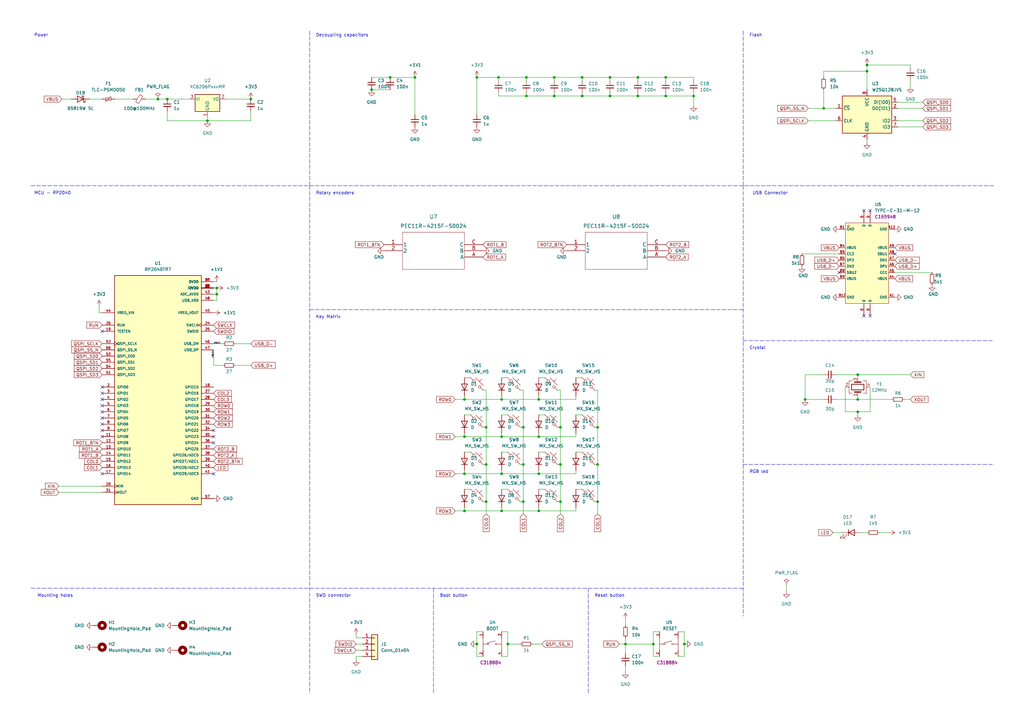
<source format=kicad_sch>
(kicad_sch (version 20211123) (generator eeschema)
  (paper "A3")
  (junction (at 190.5 163.83))
  (junction (at 250.19 39.37))
  (junction (at 220.98 209.55))
  (junction (at 245.11 175.26))
  (junction (at 351.79 168.91))
  (junction (at 229.87 175.26))
  (junction (at 195.58 264.16))
  (junction (at 215.9 39.37))
  (junction (at 205.74 209.55))
  (junction (at 273.05 39.37))
  (junction (at 220.98 179.07))
  (junction (at 245.11 205.74))
  (junction (at 250.19 31.75))
  (junction (at 190.5 209.55))
  (junction (at 330.2 163.83))
  (junction (at 199.39 205.74))
  (junction (at 208.28 264.16))
  (junction (at 261.62 31.75))
  (junction (at 205.74 179.07))
  (junction (at 273.05 31.75))
  (junction (at 214.63 190.5))
  (junction (at 229.87 190.5))
  (junction (at 190.5 194.31))
  (junction (at 204.47 31.75))
  (junction (at 68.58 40.64))
  (junction (at 199.39 190.5))
  (junction (at 220.98 163.83))
  (junction (at 205.74 163.83))
  (junction (at 337.82 44.45))
  (junction (at 160.02 31.75))
  (junction (at 355.6 26.67))
  (junction (at 227.33 31.75))
  (junction (at 170.18 31.75))
  (junction (at 351.79 163.83))
  (junction (at 267.97 264.16))
  (junction (at 215.9 31.75))
  (junction (at 229.87 205.74))
  (junction (at 245.11 190.5))
  (junction (at 238.76 31.75))
  (junction (at 284.48 39.37))
  (junction (at 85.09 49.53))
  (junction (at 88.9 120.65))
  (junction (at 238.76 39.37))
  (junction (at 195.58 31.75))
  (junction (at 227.33 39.37))
  (junction (at 88.9 118.11))
  (junction (at 214.63 175.26))
  (junction (at 355.6 29.21))
  (junction (at 256.54 264.16))
  (junction (at 152.4 36.83))
  (junction (at 261.62 39.37))
  (junction (at 220.98 194.31))
  (junction (at 205.74 194.31))
  (junction (at 199.39 175.26))
  (junction (at 190.5 179.07))
  (junction (at 64.77 40.64))
  (junction (at 102.87 40.64))
  (junction (at 351.79 153.67))
  (junction (at 214.63 205.74))
  (junction (at 280.67 264.16))
  (no_connect (at 87.63 194.31))
  (no_connect (at 41.91 194.31))
  (no_connect (at 41.91 168.91))
  (no_connect (at 41.91 166.37))
  (no_connect (at 354.33 129.54))
  (no_connect (at 41.91 173.99))
  (no_connect (at 344.17 111.76))
  (no_connect (at 41.91 158.75))
  (no_connect (at 367.03 104.14))
  (no_connect (at 87.63 176.53))
  (no_connect (at 356.87 86.36))
  (no_connect (at 354.33 86.36))
  (no_connect (at 87.63 181.61))
  (no_connect (at 41.91 161.29))
  (no_connect (at 41.91 176.53))
  (no_connect (at 41.91 135.89))
  (no_connect (at 87.63 179.07))
  (no_connect (at 41.91 179.07))
  (no_connect (at 41.91 163.83))
  (no_connect (at 41.91 171.45))
  (no_connect (at 356.87 129.54))
  (wire (pts (xy 190.5 177.8) (xy 190.5 179.07)))
  (wire (pts (xy 229.87 205.74) (xy 229.87 190.5)))
  (wire (pts (xy 273.05 31.75) (xy 284.48 31.75)))
  (wire (pts (xy 331.47 44.45) (xy 337.82 44.45)))
  (wire (pts (xy 368.3 49.53) (xy 378.46 49.53)))
  (wire (pts (xy 87.63 149.86) (xy 91.44 149.86)))
  (wire (pts (xy 370.84 163.83) (xy 373.38 163.83)))
  (wire (pts (xy 351.79 168.91) (xy 356.87 168.91)))
  (wire (pts (xy 146.05 269.24) (xy 148.59 269.24)))
  (wire (pts (xy 236.22 154.94) (xy 238.76 154.94)))
  (wire (pts (xy 195.58 31.75) (xy 204.47 31.75)))
  (wire (pts (xy 190.5 208.28) (xy 190.5 209.55)))
  (wire (pts (xy 355.6 29.21) (xy 355.6 36.83)))
  (wire (pts (xy 245.11 190.5) (xy 245.11 175.26)))
  (wire (pts (xy 261.62 38.1) (xy 261.62 39.37)))
  (wire (pts (xy 351.79 168.91) (xy 351.79 170.18)))
  (wire (pts (xy 220.98 193.04) (xy 220.98 194.31)))
  (wire (pts (xy 261.62 31.75) (xy 261.62 33.02)))
  (wire (pts (xy 68.58 49.53) (xy 85.09 49.53)))
  (wire (pts (xy 367.03 111.76) (xy 382.27 111.76)))
  (wire (pts (xy 190.5 170.18) (xy 193.04 170.18)))
  (wire (pts (xy 243.84 205.74) (xy 245.11 205.74)))
  (wire (pts (xy 205.74 170.18) (xy 208.28 170.18)))
  (wire (pts (xy 245.11 175.26) (xy 245.11 160.02)))
  (wire (pts (xy 220.98 170.18) (xy 223.52 170.18)))
  (wire (pts (xy 205.74 185.42) (xy 208.28 185.42)))
  (wire (pts (xy 88.9 120.65) (xy 88.9 123.19)))
  (wire (pts (xy 351.79 153.67) (xy 351.79 154.94)))
  (wire (pts (xy 40.64 128.27) (xy 41.91 128.27)))
  (polyline (pts (xy 304.8 76.2) (xy 304.8 252.73)))
  (wire (pts (xy 96.52 149.86) (xy 102.87 149.86)))
  (polyline (pts (xy 177.8 241.3) (xy 177.8 284.48)))
  (wire (pts (xy 186.69 179.07) (xy 190.5 179.07)))
  (wire (pts (xy 87.63 118.11) (xy 88.9 118.11)))
  (wire (pts (xy 355.6 58.42) (xy 355.6 57.15)))
  (wire (pts (xy 256.54 261.62) (xy 256.54 264.16)))
  (wire (pts (xy 186.69 163.83) (xy 190.5 163.83)))
  (wire (pts (xy 356.87 158.75) (xy 356.87 168.91)))
  (wire (pts (xy 195.58 264.16) (xy 195.58 259.08)))
  (wire (pts (xy 146.05 270.51) (xy 146.05 269.24)))
  (wire (pts (xy 330.2 163.83) (xy 330.2 153.67)))
  (wire (pts (xy 238.76 31.75) (xy 238.76 33.02)))
  (wire (pts (xy 102.87 45.72) (xy 102.87 49.53)))
  (wire (pts (xy 24.13 199.39) (xy 41.91 199.39)))
  (wire (pts (xy 360.68 218.44) (xy 364.49 218.44)))
  (polyline (pts (xy 127 12.7) (xy 127 76.2)))
  (wire (pts (xy 243.84 190.5) (xy 245.11 190.5)))
  (wire (pts (xy 190.5 193.04) (xy 190.5 194.31)))
  (wire (pts (xy 284.48 31.75) (xy 284.48 33.02)))
  (wire (pts (xy 87.63 140.97) (xy 91.44 140.97)))
  (wire (pts (xy 40.64 125.73) (xy 40.64 128.27)))
  (polyline (pts (xy 127 76.2) (xy 127 284.48)))
  (wire (pts (xy 208.28 264.16) (xy 213.36 264.16)))
  (wire (pts (xy 227.33 31.75) (xy 238.76 31.75)))
  (wire (pts (xy 87.63 115.57) (xy 88.9 115.57)))
  (wire (pts (xy 351.79 153.67) (xy 373.38 153.67)))
  (wire (pts (xy 322.58 240.03) (xy 322.58 242.57)))
  (wire (pts (xy 208.28 269.24) (xy 205.74 269.24)))
  (wire (pts (xy 205.74 162.56) (xy 205.74 163.83)))
  (wire (pts (xy 205.74 194.31) (xy 220.98 194.31)))
  (wire (pts (xy 205.74 154.94) (xy 208.28 154.94)))
  (wire (pts (xy 220.98 208.28) (xy 220.98 209.55)))
  (wire (pts (xy 213.36 205.74) (xy 214.63 205.74)))
  (wire (pts (xy 215.9 38.1) (xy 215.9 39.37)))
  (wire (pts (xy 24.13 201.93) (xy 41.91 201.93)))
  (wire (pts (xy 152.4 31.75) (xy 160.02 31.75)))
  (wire (pts (xy 220.98 177.8) (xy 220.98 179.07)))
  (wire (pts (xy 220.98 163.83) (xy 236.22 163.83)))
  (wire (pts (xy 280.67 259.08) (xy 278.13 259.08)))
  (wire (pts (xy 68.58 45.72) (xy 68.58 49.53)))
  (wire (pts (xy 342.9 153.67) (xy 351.79 153.67)))
  (wire (pts (xy 351.79 163.83) (xy 365.76 163.83)))
  (wire (pts (xy 208.28 264.16) (xy 208.28 269.24)))
  (wire (pts (xy 92.71 40.64) (xy 102.87 40.64)))
  (wire (pts (xy 25.4 40.64) (xy 29.21 40.64)))
  (wire (pts (xy 238.76 39.37) (xy 250.19 39.37)))
  (wire (pts (xy 245.11 160.02) (xy 243.84 160.02)))
  (wire (pts (xy 190.5 163.83) (xy 205.74 163.83)))
  (wire (pts (xy 337.82 44.45) (xy 342.9 44.45)))
  (wire (pts (xy 186.69 194.31) (xy 190.5 194.31)))
  (wire (pts (xy 284.48 39.37) (xy 284.48 43.18)))
  (wire (pts (xy 220.98 162.56) (xy 220.98 163.83)))
  (wire (pts (xy 160.02 31.75) (xy 170.18 31.75)))
  (wire (pts (xy 46.99 40.64) (xy 54.61 40.64)))
  (wire (pts (xy 328.93 104.14) (xy 344.17 104.14)))
  (wire (pts (xy 353.06 218.44) (xy 355.6 218.44)))
  (wire (pts (xy 280.67 264.16) (xy 280.67 259.08)))
  (wire (pts (xy 273.05 31.75) (xy 273.05 33.02)))
  (wire (pts (xy 190.5 200.66) (xy 193.04 200.66)))
  (wire (pts (xy 228.6 160.02) (xy 229.87 160.02)))
  (wire (pts (xy 254 264.16) (xy 256.54 264.16)))
  (wire (pts (xy 213.36 190.5) (xy 214.63 190.5)))
  (wire (pts (xy 267.97 264.16) (xy 267.97 259.08)))
  (wire (pts (xy 214.63 175.26) (xy 214.63 160.02)))
  (wire (pts (xy 205.74 179.07) (xy 220.98 179.07)))
  (wire (pts (xy 278.13 269.24) (xy 280.67 269.24)))
  (wire (pts (xy 227.33 31.75) (xy 227.33 33.02)))
  (wire (pts (xy 236.22 209.55) (xy 236.22 208.28)))
  (wire (pts (xy 205.74 177.8) (xy 205.74 179.07)))
  (wire (pts (xy 250.19 38.1) (xy 250.19 39.37)))
  (wire (pts (xy 59.69 40.64) (xy 64.77 40.64)))
  (wire (pts (xy 218.44 264.16) (xy 222.25 264.16)))
  (wire (pts (xy 227.33 39.37) (xy 238.76 39.37)))
  (wire (pts (xy 205.74 208.28) (xy 205.74 209.55)))
  (wire (pts (xy 236.22 163.83) (xy 236.22 162.56)))
  (wire (pts (xy 146.05 264.16) (xy 148.59 264.16)))
  (wire (pts (xy 337.82 31.75) (xy 337.82 29.21)))
  (wire (pts (xy 238.76 31.75) (xy 250.19 31.75)))
  (wire (pts (xy 214.63 205.74) (xy 214.63 190.5)))
  (wire (pts (xy 204.47 31.75) (xy 204.47 33.02)))
  (wire (pts (xy 199.39 175.26) (xy 199.39 160.02)))
  (wire (pts (xy 355.6 26.67) (xy 355.6 29.21)))
  (wire (pts (xy 236.22 200.66) (xy 238.76 200.66)))
  (wire (pts (xy 228.6 205.74) (xy 229.87 205.74)))
  (wire (pts (xy 146.05 261.62) (xy 148.59 261.62)))
  (wire (pts (xy 186.69 209.55) (xy 190.5 209.55)))
  (wire (pts (xy 195.58 269.24) (xy 195.58 264.16)))
  (wire (pts (xy 190.5 209.55) (xy 205.74 209.55)))
  (wire (pts (xy 284.48 38.1) (xy 284.48 39.37)))
  (wire (pts (xy 330.2 163.83) (xy 337.82 163.83)))
  (polyline (pts (xy 12.7 241.3) (xy 127 241.3)))
  (wire (pts (xy 245.11 205.74) (xy 245.11 190.5)))
  (wire (pts (xy 190.5 154.94) (xy 193.04 154.94)))
  (wire (pts (xy 36.83 40.64) (xy 41.91 40.64)))
  (wire (pts (xy 204.47 38.1) (xy 204.47 39.37)))
  (wire (pts (xy 205.74 209.55) (xy 220.98 209.55)))
  (wire (pts (xy 198.12 175.26) (xy 199.39 175.26)))
  (wire (pts (xy 341.63 218.44) (xy 345.44 218.44)))
  (wire (pts (xy 270.51 269.24) (xy 267.97 269.24)))
  (wire (pts (xy 88.9 123.19) (xy 87.63 123.19)))
  (wire (pts (xy 190.5 194.31) (xy 205.74 194.31)))
  (polyline (pts (xy 127 127) (xy 304.8 127)))
  (wire (pts (xy 229.87 190.5) (xy 229.87 175.26)))
  (wire (pts (xy 250.19 31.75) (xy 250.19 33.02)))
  (wire (pts (xy 368.3 52.07) (xy 378.46 52.07)))
  (wire (pts (xy 229.87 210.82) (xy 229.87 205.74)))
  (wire (pts (xy 368.3 41.91) (xy 378.46 41.91)))
  (wire (pts (xy 256.54 273.05) (xy 256.54 275.59)))
  (wire (pts (xy 220.98 185.42) (xy 223.52 185.42)))
  (wire (pts (xy 199.39 190.5) (xy 199.39 175.26)))
  (wire (pts (xy 215.9 39.37) (xy 227.33 39.37)))
  (wire (pts (xy 355.6 26.67) (xy 373.38 26.67)))
  (wire (pts (xy 87.63 143.51) (xy 87.63 149.86)))
  (wire (pts (xy 146.05 266.7) (xy 148.59 266.7)))
  (wire (pts (xy 152.4 36.83) (xy 160.02 36.83)))
  (wire (pts (xy 190.5 179.07) (xy 205.74 179.07)))
  (wire (pts (xy 256.54 264.16) (xy 256.54 267.97)))
  (wire (pts (xy 250.19 39.37) (xy 261.62 39.37)))
  (wire (pts (xy 273.05 39.37) (xy 284.48 39.37)))
  (wire (pts (xy 267.97 259.08) (xy 270.51 259.08)))
  (polyline (pts (xy 241.3 241.3) (xy 241.3 284.48)))
  (wire (pts (xy 227.33 38.1) (xy 227.33 39.37)))
  (wire (pts (xy 205.74 193.04) (xy 205.74 194.31)))
  (wire (pts (xy 198.12 205.74) (xy 199.39 205.74)))
  (wire (pts (xy 205.74 163.83) (xy 220.98 163.83)))
  (wire (pts (xy 261.62 39.37) (xy 273.05 39.37)))
  (polyline (pts (xy 304.8 139.7) (xy 407.67 139.7)))
  (wire (pts (xy 220.98 209.55) (xy 236.22 209.55)))
  (wire (pts (xy 220.98 194.31) (xy 236.22 194.31)))
  (wire (pts (xy 267.97 269.24) (xy 267.97 264.16)))
  (wire (pts (xy 330.2 153.67) (xy 337.82 153.67)))
  (wire (pts (xy 373.38 26.67) (xy 373.38 27.94)))
  (wire (pts (xy 245.11 210.82) (xy 245.11 205.74)))
  (wire (pts (xy 331.47 49.53) (xy 342.9 49.53)))
  (wire (pts (xy 88.9 118.11) (xy 88.9 120.65)))
  (wire (pts (xy 102.87 49.53) (xy 85.09 49.53)))
  (wire (pts (xy 198.12 190.5) (xy 199.39 190.5)))
  (wire (pts (xy 208.28 264.16) (xy 208.28 259.08)))
  (polyline (pts (xy 304.8 12.7) (xy 304.8 76.2)))
  (wire (pts (xy 190.5 162.56) (xy 190.5 163.83)))
  (wire (pts (xy 346.71 158.75) (xy 346.71 168.91)))
  (wire (pts (xy 280.67 269.24) (xy 280.67 264.16)))
  (wire (pts (xy 220.98 200.66) (xy 223.52 200.66)))
  (wire (pts (xy 236.22 185.42) (xy 238.76 185.42)))
  (wire (pts (xy 68.58 40.64) (xy 77.47 40.64)))
  (wire (pts (xy 215.9 31.75) (xy 215.9 33.02)))
  (wire (pts (xy 337.82 29.21) (xy 355.6 29.21)))
  (wire (pts (xy 195.58 31.75) (xy 195.58 46.99)))
  (wire (pts (xy 228.6 175.26) (xy 229.87 175.26)))
  (wire (pts (xy 64.77 40.64) (xy 68.58 40.64)))
  (wire (pts (xy 273.05 39.37) (xy 273.05 38.1)))
  (wire (pts (xy 190.5 185.42) (xy 193.04 185.42)))
  (wire (pts (xy 243.84 175.26) (xy 245.11 175.26)))
  (wire (pts (xy 229.87 175.26) (xy 229.87 160.02)))
  (polyline (pts (xy 12.7 76.2) (xy 407.67 76.2)))
  (wire (pts (xy 256.54 254) (xy 256.54 256.54)))
  (wire (pts (xy 205.74 200.66) (xy 208.28 200.66)))
  (wire (pts (xy 236.22 170.18) (xy 238.76 170.18)))
  (polyline (pts (xy 304.8 190.5) (xy 407.67 190.5)))
  (wire (pts (xy 236.22 194.31) (xy 236.22 193.04)))
  (wire (pts (xy 250.19 31.75) (xy 261.62 31.75)))
  (wire (pts (xy 214.63 160.02) (xy 213.36 160.02)))
  (wire (pts (xy 87.63 120.65) (xy 88.9 120.65)))
  (wire (pts (xy 256.54 264.16) (xy 267.97 264.16)))
  (wire (pts (xy 337.82 36.83) (xy 337.82 44.45)))
  (wire (pts (xy 236.22 179.07) (xy 236.22 177.8)))
  (wire (pts (xy 228.6 190.5) (xy 229.87 190.5)))
  (wire (pts (xy 214.63 210.82) (xy 214.63 205.74)))
  (wire (pts (xy 96.52 140.97) (xy 102.87 140.97)))
  (wire (pts (xy 198.12 269.24) (xy 195.58 269.24)))
  (wire (pts (xy 199.39 210.82) (xy 199.39 205.74)))
  (wire (pts (xy 85.09 48.26) (xy 85.09 49.53)))
  (wire (pts (xy 195.58 259.08) (xy 198.12 259.08)))
  (wire (pts (xy 373.38 33.02) (xy 373.38 35.56)))
  (wire (pts (xy 346.71 168.91) (xy 351.79 168.91)))
  (wire (pts (xy 261.62 31.75) (xy 273.05 31.75)))
  (wire (pts (xy 214.63 190.5) (xy 214.63 175.26)))
  (wire (pts (xy 342.9 163.83) (xy 351.79 163.83)))
  (polyline (pts (xy 127 241.3) (xy 304.8 241.3)))
  (wire (pts (xy 238.76 38.1) (xy 238.76 39.37)))
  (wire (pts (xy 199.39 160.02) (xy 198.12 160.02)))
  (wire (pts (xy 220.98 179.07) (xy 236.22 179.07)))
  (wire (pts (xy 351.79 162.56) (xy 351.79 163.83)))
  (wire (pts (xy 170.18 31.75) (xy 170.18 46.99)))
  (wire (pts (xy 213.36 175.26) (xy 214.63 175.26)))
  (wire (pts (xy 208.28 259.08) (xy 205.74 259.08)))
  (wire (pts (xy 199.39 205.74) (xy 199.39 190.5)))
  (wire (pts (xy 146.05 260.35) (xy 146.05 261.62)))
  (wire (pts (xy 204.47 39.37) (xy 215.9 39.37)))
  (wire (pts (xy 215.9 31.75) (xy 227.33 31.75)))
  (wire (pts (xy 368.3 44.45) (xy 378.46 44.45)))
  (wire (pts (xy 220.98 154.94) (xy 223.52 154.94)))
  (wire (pts (xy 204.47 31.75) (xy 215.9 31.75)))
  (text "Reset button" (at 243.84 245.11 0) (effects (font (size 1.27 1.27)) (justify left bottom)))
  (text "Mounting holes" (at 15.24 245.11 0) (effects (font (size 1.27 1.27)) (justify left bottom)))
  (text "Decoupling capacitors" (at 129.54 15.24 0) (effects (font (size 1.27 1.27)) (justify left bottom)))
  (text "Power" (at 13.97 15.24 0) (effects (font (size 1.27 1.27)) (justify left bottom)))
  (text "USB Connector" (at 308.61 80.01 0) (effects (font (size 1.27 1.27)) (justify left bottom)))
  (text "Rotary encoders" (at 129.54 80.01 0) (effects (font (size 1.27 1.27)) (justify left bottom)))
  (text "Flash" (at 307.34 15.24 0) (effects (font (size 1.27 1.27)) (justify left bottom)))
  (text "Crystal" (at 307.34 143.51 0) (effects (font (size 1.27 1.27)) (justify left bottom)))
  (text "SWD connector" (at 129.54 245.11 0) (effects (font (size 1.27 1.27)) (justify left bottom)))
  (text "RGB led" (at 307.34 194.31 0) (effects (font (size 1.27 1.27)) (justify left bottom)))
  (text "Key Matrix" (at 129.54 130.81 0) (effects (font (size 1.27 1.27)) (justify left bottom)))
  (text "MCU - RP2040" (at 13.97 80.01 0) (effects (font (size 1.27 1.27)) (justify left bottom)))
  (text "Boot button" (at 180.34 245.11 0) (effects (font (size 1.27 1.27)) (justify left bottom)))
  (label "USB_D-" (at 87.63 140.97 0) (effects (font (size 0.5 0.5))))
  (label "USB_D+" (at 87.63 143.51 270) (effects (font (size 0.5 0.5))))
  (global_label "ROT1_A" (shape input) (at 198.12 105.41 0) (property "Intersheet References" "${INTERSHEET_REFS}" (effects hide)))
  (global_label "QSPI_SD1" (shape input) (at 41.91 148.59 180) (property "Intersheet References" "${INTERSHEET_REFS}" (effects hide)))
  (global_label "ROT2_A" (shape input) (at 87.63 186.69 0) (property "Intersheet References" "${INTERSHEET_REFS}" (effects hide)))
  (global_label "ROW0" (shape input) (at 186.69 163.83 180) (property "Intersheet References" "${INTERSHEET_REFS}" (effects hide)))
  (global_label "ROT2_BTN" (shape input) (at 87.63 189.23 0) (property "Intersheet References" "${INTERSHEET_REFS}" (effects hide)))
  (global_label "COL0" (shape input) (at 199.39 210.82 270) (property "Intersheet References" "${INTERSHEET_REFS}" (effects hide)))
  (global_label "RUN" (shape input) (at 254 264.16 180) (property "Intersheet References" "${INTERSHEET_REFS}" (effects hide)))
  (global_label "QSPI_SS_N" (shape input) (at 222.25 264.16 0) (property "Intersheet References" "${INTERSHEET_REFS}" (effects hide)))
  (global_label "ROT1_B" (shape input) (at 41.91 186.69 180) (property "Intersheet References" "${INTERSHEET_REFS}" (effects hide)))
  (global_label "ROT1_BTN" (shape input) (at 157.48 100.33 180) (property "Intersheet References" "${INTERSHEET_REFS}" (effects hide)))
  (global_label "ROT1_B" (shape input) (at 198.12 100.33 0) (property "Intersheet References" "${INTERSHEET_REFS}" (effects hide)))
  (global_label "QSPI_SS_N" (shape input) (at 331.47 44.45 180) (property "Intersheet References" "${INTERSHEET_REFS}" (effects hide)))
  (global_label "ROW3" (shape input) (at 87.63 173.99 0) (property "Intersheet References" "${INTERSHEET_REFS}" (effects hide)))
  (global_label "XIN" (shape input) (at 373.38 153.67 0) (property "Intersheet References" "${INTERSHEET_REFS}" (effects hide)))
  (global_label "XOUT" (shape input) (at 24.13 201.93 180) (property "Intersheet References" "${INTERSHEET_REFS}" (effects hide)))
  (global_label "QSPI_SCLK" (shape input) (at 331.47 49.53 180) (property "Intersheet References" "${INTERSHEET_REFS}" (effects hide)))
  (global_label "SWDIO" (shape input) (at 87.63 135.89 0) (property "Intersheet References" "${INTERSHEET_REFS}" (effects hide)))
  (global_label "ROW2" (shape input) (at 87.63 171.45 0) (property "Intersheet References" "${INTERSHEET_REFS}" (effects hide)))
  (global_label "QSPI_SD0" (shape input) (at 378.46 41.91 0) (property "Intersheet References" "${INTERSHEET_REFS}" (effects hide)))
  (global_label "COL0" (shape input) (at 41.91 189.23 180) (property "Intersheet References" "${INTERSHEET_REFS}" (effects hide)))
  (global_label "VBUS" (shape input) (at 367.03 114.3 0) (property "Intersheet References" "${INTERSHEET_REFS}" (effects hide)))
  (global_label "ROW0" (shape input) (at 87.63 166.37 0) (property "Intersheet References" "${INTERSHEET_REFS}" (effects hide)))
  (global_label "ROW1" (shape input) (at 87.63 168.91 0) (property "Intersheet References" "${INTERSHEET_REFS}" (effects hide)))
  (global_label "COL2" (shape input) (at 87.63 161.29 0) (property "Intersheet References" "${INTERSHEET_REFS}" (effects hide)))
  (global_label "ROT2_B" (shape input) (at 87.63 184.15 0) (property "Intersheet References" "${INTERSHEET_REFS}" (effects hide)))
  (global_label "QSPI_SS_N" (shape input) (at 41.91 143.51 180) (property "Intersheet References" "${INTERSHEET_REFS}" (effects hide)))
  (global_label "USB_D-" (shape input) (at 102.87 140.97 0) (property "Intersheet References" "${INTERSHEET_REFS}" (effects hide)))
  (global_label "USB_D-" (shape input) (at 367.03 106.68 0) (property "Intersheet References" "${INTERSHEET_REFS}" (effects hide)))
  (global_label "QSPI_SD3" (shape input) (at 41.91 153.67 180) (property "Intersheet References" "${INTERSHEET_REFS}" (effects hide)))
  (global_label "ROT2_B" (shape input) (at 273.05 100.33 0) (property "Intersheet References" "${INTERSHEET_REFS}" (effects hide)))
  (global_label "ROT1_BTN" (shape input) (at 41.91 181.61 180) (property "Intersheet References" "${INTERSHEET_REFS}" (effects hide)))
  (global_label "VBUS" (shape input) (at 25.4 40.64 180) (property "Intersheet References" "${INTERSHEET_REFS}" (effects hide)))
  (global_label "USB_D-" (shape input) (at 344.17 109.22 180) (property "Intersheet References" "${INTERSHEET_REFS}" (effects hide)))
  (global_label "COL1" (shape input) (at 41.91 191.77 180) (property "Intersheet References" "${INTERSHEET_REFS}" (effects hide)))
  (global_label "ROW1" (shape input) (at 186.69 179.07 180) (property "Intersheet References" "${INTERSHEET_REFS}" (effects hide)))
  (global_label "COL2" (shape input) (at 229.87 210.82 270) (property "Intersheet References" "${INTERSHEET_REFS}" (effects hide)))
  (global_label "QSPI_SCLK" (shape input) (at 41.91 140.97 180) (property "Intersheet References" "${INTERSHEET_REFS}" (effects hide)))
  (global_label "ROT2_BTN" (shape input) (at 232.41 100.33 180) (property "Intersheet References" "${INTERSHEET_REFS}" (effects hide)))
  (global_label "ROW2" (shape input) (at 186.69 194.31 180) (property "Intersheet References" "${INTERSHEET_REFS}" (effects hide)))
  (global_label "RUN" (shape input) (at 41.91 133.35 180) (property "Intersheet References" "${INTERSHEET_REFS}" (effects hide)))
  (global_label "QSPI_SD1" (shape input) (at 378.46 44.45 0) (property "Intersheet References" "${INTERSHEET_REFS}" (effects hide)))
  (global_label "QSPI_SD3" (shape input) (at 378.46 52.07 0) (property "Intersheet References" "${INTERSHEET_REFS}" (effects hide)))
  (global_label "USB_D+" (shape input) (at 102.87 149.86 0) (property "Intersheet References" "${INTERSHEET_REFS}" (effects hide)))
  (global_label "XOUT" (shape input) (at 373.38 163.83 0) (property "Intersheet References" "${INTERSHEET_REFS}" (effects hide)))
  (global_label "QSPI_SD2" (shape input) (at 41.91 151.13 180) (property "Intersheet References" "${INTERSHEET_REFS}" (effects hide)))
  (global_label "VBUS" (shape input) (at 367.03 101.6 0) (property "Intersheet References" "${INTERSHEET_REFS}" (effects hide)))
  (global_label "ROW3" (shape input) (at 186.69 209.55 180) (property "Intersheet References" "${INTERSHEET_REFS}" (effects hide)))
  (global_label "ROT1_A" (shape input) (at 41.91 184.15 180) (property "Intersheet References" "${INTERSHEET_REFS}" (effects hide)))
  (global_label "USB_D+" (shape input) (at 367.03 109.22 0) (property "Intersheet References" "${INTERSHEET_REFS}" (effects hide)))
  (global_label "ROT2_A" (shape input) (at 273.05 105.41 0) (property "Intersheet References" "${INTERSHEET_REFS}" (effects hide)))
  (global_label "QSPI_SD0" (shape input) (at 41.91 146.05 180) (property "Intersheet References" "${INTERSHEET_REFS}" (effects hide)))
  (global_label "LED" (shape input) (at 87.63 191.77 0) (property "Intersheet References" "${INTERSHEET_REFS}" (effects hide)))
  (global_label "COL1" (shape input) (at 214.63 210.82 270) (property "Intersheet References" "${INTERSHEET_REFS}" (effects hide)))
  (global_label "XIN" (shape input) (at 24.13 199.39 180) (property "Intersheet References" "${INTERSHEET_REFS}" (effects hide)))
  (global_label "QSPI_SD2" (shape input) (at 378.46 49.53 0) (property "Intersheet References" "${INTERSHEET_REFS}" (effects hide)))
  (global_label "USB_D+" (shape input) (at 344.17 106.68 180) (property "Intersheet References" "${INTERSHEET_REFS}" (effects hide)))
  (global_label "SWCLK" (shape input) (at 146.05 266.7 180) (property "Intersheet References" "${INTERSHEET_REFS}" (effects hide)))
  (global_label "VBUS" (shape input) (at 344.17 114.3 180) (property "Intersheet References" "${INTERSHEET_REFS}" (effects hide)))
  (global_label "VBUS" (shape input) (at 344.17 101.6 180) (property "Intersheet References" "${INTERSHEET_REFS}" (effects hide)))
  (global_label "COL3" (shape input) (at 87.63 163.83 0) (property "Intersheet References" "${INTERSHEET_REFS}" (effects hide)))
  (global_label "LED" (shape input) (at 341.63 218.44 180) (property "Intersheet References" "${INTERSHEET_REFS}" (effects hide)))
  (global_label "COL3" (shape input) (at 245.11 210.82 270) (property "Intersheet References" "${INTERSHEET_REFS}" (effects hide)))
  (global_label "SWDIO" (shape input) (at 146.05 264.16 180) (property "Intersheet References" "${INTERSHEET_REFS}" (effects hide)))
  (global_label "SWCLK" (shape input) (at 87.63 133.35 0) (property "Intersheet References" "${INTERSHEET_REFS}" (effects hide)))
  (symbol (lib_id "power:+1V1") (at 170.18 31.75 0) (unit 1)
    (property "Reference" "#PWR011" (effects hide))
    (property "Value" "+1V1" (at 170.18 26.67 0))
  )
  (symbol (lib_id "power:GND") (at 195.58 52.07 0) (unit 1)
    (property "Reference" "#PWR014" (effects hide))
    (property "Value" "GND" (at 195.58 57.15 0))
  )
  (symbol (lib_id "Device:C_Small") (at 340.36 163.83 90) (unit 1)
    (property "Reference" "C15" (at 340.36 160.02 90))
    (property "Value" "30p" (at 340.36 167.64 90))
    (property "Footprint" "Capacitor_SMD:C_0402_1005Metric" (effects hide))
    (property "LCSC Part #" "C1570" (effects hide))
  )
  (symbol (lib_id "Device:D") (at 220.98 173.99 90) (unit 1)
    (property "Reference" "D10" (at 223.52 172.7199 90) (effects (justify right)))
    (property "Value" "D" (at 223.52 175.2599 90) (effects (justify right)))
    (property "Footprint" "Diode_SMD:D_SOD-123" (effects hide))
    (property "LCSC Part #" "C81598" (effects hide))
  )
  (symbol (lib_id "marbastlib-mx:MX_SW_HS") (at 241.3 203.2 0) (unit 1)
    (property "Reference" "SW18" (at 241.3 195.58 0))
    (property "Value" "MX_SW_HS" (at 241.3 198.12 0))
    (property "Footprint" "marbastlib-mx:SW_MX_HS_1u" (effects hide))
  )
  (symbol (lib_id "power:GND") (at 71.12 256.54 270) (unit 1)
    (property "Reference" "#PWR0122" (effects hide))
    (property "Value" "GND" (at 63.5 256.54 90) (effects (justify left)))
  )
  (symbol (lib_id "power:PWR_FLAG") (at 322.58 240.03 0) (unit 1)
    (property "Reference" "#FLG0101" (effects hide))
    (property "Value" "PWR_FLAG" (at 322.58 234.95 0))
  )
  (symbol (lib_id "tactile-switch:TS-1187A-B-A-B") (at 187.96 264.16 90) (mirror x) (unit 1)
    (property "Reference" "U4" (at 200.66 255.27 90) (effects (justify right)))
    (property "Value" "BOOT" (at 199.39 257.81 90) (effects (justify right)))
    (property "Footprint" "extra-fp:tactile-switch" (effects hide))
    (property "Datasheet" "https://item.szlcsc.com/300285.html" (effects hide))
    (property "LCSC" "C318884" (at 196.85 271.78 90) (effects (justify right)))
    (property "LCSC Part #" "C318884" (effects hide))
  )
  (symbol (lib_id "Device:C_Small") (at 152.4 34.29 0) (unit 1)
    (property "Reference" "C3" (at 154.94 33.0262 0) (effects (justify left)))
    (property "Value" "100n" (at 154.94 35.5662 0) (effects (justify left)))
    (property "Footprint" "Capacitor_SMD:C_0402_1005Metric" (effects hide))
    (property "LCSC Part #" "C307331" (effects hide))
  )
  (symbol (lib_id "marbastlib-mx:MX_SW_HS") (at 195.58 157.48 0) (unit 1)
    (property "Reference" "SW1" (at 195.58 149.86 0))
    (property "Value" "MX_SW_HS" (at 195.58 152.4 0))
    (property "Footprint" "marbastlib-mx:SW_MX_HS_1u" (effects hide))
  )
  (symbol (lib_id "Mechanical:MountingHole_Pad") (at 73.66 266.7 270) (unit 1)
    (property "Reference" "H4" (at 77.47 265.4299 90) (effects (justify left)))
    (property "Value" "MountingHole_Pad" (at 77.47 267.9699 90) (effects (justify left)))
    (property "Footprint" "MountingHole:MountingHole_2.2mm_M2_Pad_Via" (effects hide))
  )
  (symbol (lib_id "Device:R_Small") (at 93.98 140.97 90) (unit 1)
    (property "Reference" "R2" (at 93.98 138.43 90))
    (property "Value" "27" (at 93.98 143.51 90))
    (property "Footprint" "Resistor_SMD:R_0402_1005Metric" (effects hide))
    (property "LCSC Part #" "C25190" (effects hide))
  )
  (symbol (lib_id "power:GND") (at 351.79 170.18 0) (unit 1)
    (property "Reference" "#PWR0109" (effects hide))
    (property "Value" "GND" (at 351.79 175.26 0))
  )
  (symbol (lib_id "PEC11R-4215F-S0024:PEC11R-4215F-S0024") (at 157.48 100.33 0) (unit 1)
    (property "Reference" "U7" (at 177.8 88.9 0) (effects (font (size 1.524 1.524))))
    (property "Value" "PEC11R-4215F-S0024" (at 177.8 92.71 0) (effects (font (size 1.524 1.524))))
    (property "Footprint" "footprints:PEC11R-4215F-S0024" (effects hide))
  )
  (symbol (lib_id "power:GND") (at 330.2 163.83 0) (unit 1)
    (property "Reference" "#PWR019" (effects hide))
    (property "Value" "GND" (at 330.2 168.91 0))
  )
  (symbol (lib_id "marbastlib-mx:MX_SW_HS") (at 226.06 172.72 0) (unit 1)
    (property "Reference" "SW11" (at 226.06 165.1 0))
    (property "Value" "MX_SW_HS" (at 226.06 167.64 0))
    (property "Footprint" "marbastlib-mx:SW_MX_HS_1u" (effects hide))
  )
  (symbol (lib_id "Device:C_Small") (at 170.18 49.53 0) (unit 1)
    (property "Reference" "C5" (at 172.72 48.2662 0) (effects (justify left)))
    (property "Value" "1u" (at 172.72 50.8062 0) (effects (justify left)))
    (property "Footprint" "Capacitor_SMD:C_0402_1005Metric" (effects hide))
    (property "LCSC Part #" "C52923" (effects hide))
  )
  (symbol (lib_id "Device:D") (at 190.5 158.75 90) (unit 1)
    (property "Reference" "D1" (at 193.04 157.4799 90) (effects (justify right)))
    (property "Value" "D" (at 193.04 160.0199 90) (effects (justify right)))
    (property "Footprint" "Diode_SMD:D_SOD-123" (effects hide))
    (property "LCSC Part #" "C81598" (effects hide))
  )
  (symbol (lib_id "Device:C_Small") (at 160.02 34.29 0) (unit 1)
    (property "Reference" "C4" (at 162.56 33.0262 0) (effects (justify left)))
    (property "Value" "100n" (at 162.56 35.5662 0) (effects (justify left)))
    (property "Footprint" "Capacitor_SMD:C_0402_1005Metric" (effects hide))
    (property "LCSC Part #" "C307331" (effects hide))
  )
  (symbol (lib_id "power:GND") (at 328.93 109.22 0) (unit 1)
    (property "Reference" "#PWR0118" (effects hide))
    (property "Value" "GND" (at 331.47 113.03 0) (effects (justify right)))
  )
  (symbol (lib_id "power:+3V3") (at 364.49 218.44 270) (unit 1)
    (property "Reference" "#PWR01" (effects hide))
    (property "Value" "+3V3" (at 368.3 218.4399 90) (effects (justify left)))
  )
  (symbol (lib_id "Device:D") (at 190.5 173.99 90) (unit 1)
    (property "Reference" "D2" (at 193.04 172.7199 90) (effects (justify right)))
    (property "Value" "D" (at 193.04 175.2599 90) (effects (justify right)))
    (property "Footprint" "Diode_SMD:D_SOD-123" (effects hide))
    (property "LCSC Part #" "C81598" (effects hide))
  )
  (symbol (lib_id "Device:C_Small") (at 261.62 35.56 0) (unit 1)
    (property "Reference" "C12" (at 264.16 34.2962 0) (effects (justify left)))
    (property "Value" "100n" (at 264.16 36.8362 0) (effects (justify left)))
    (property "Footprint" "Capacitor_SMD:C_0402_1005Metric" (effects hide))
    (property "LCSC Part #" "C307331" (effects hide))
  )
  (symbol (lib_id "marbastlib-mx:MX_SW_HS") (at 241.3 172.72 0) (unit 1)
    (property "Reference" "SW16" (at 241.3 165.1 0))
    (property "Value" "MX_SW_HS" (at 241.3 167.64 0))
    (property "Footprint" "marbastlib-mx:SW_MX_HS_1u" (effects hide))
  )
  (symbol (lib_id "marbastlib-mx:MX_SW_HS") (at 226.06 157.48 0) (unit 1)
    (property "Reference" "SW10" (at 226.06 149.86 0))
    (property "Value" "MX_SW_HS" (at 226.06 152.4 0))
    (property "Footprint" "marbastlib-mx:SW_MX_HS_1u" (effects hide))
  )
  (symbol (lib_id "Connector_Generic:Conn_01x04") (at 153.67 264.16 0) (unit 1)
    (property "Reference" "J1" (at 156.21 264.1599 0) (effects (justify left)))
    (property "Value" "Conn_01x04" (at 156.21 266.6999 0) (effects (justify left)))
    (property "Footprint" "Connector_PinHeader_2.54mm:PinHeader_1x04_P2.54mm_Vertical" (effects hide))
  )
  (symbol (lib_id "power:GND") (at 170.18 52.07 0) (unit 1)
    (property "Reference" "#PWR010" (effects hide))
    (property "Value" "GND" (at 170.18 57.15 0))
  )
  (symbol (lib_id "Device:C_Small") (at 204.47 35.56 0) (unit 1)
    (property "Reference" "C7" (at 207.01 34.2962 0) (effects (justify left)))
    (property "Value" "100n" (at 207.01 36.8362 0) (effects (justify left)))
    (property "Footprint" "Capacitor_SMD:C_0402_1005Metric" (effects hide))
    (property "LCSC Part #" "C307331" (effects hide))
  )
  (symbol (lib_id "Device:C_Small") (at 250.19 35.56 0) (unit 1)
    (property "Reference" "C11" (at 252.73 34.2962 0) (effects (justify left)))
    (property "Value" "100n" (at 252.73 36.8362 0) (effects (justify left)))
    (property "Footprint" "Capacitor_SMD:C_0402_1005Metric" (effects hide))
    (property "LCSC Part #" "C307331" (effects hide))
  )
  (symbol (lib_id "Device:R_Small") (at 382.27 114.3 180) (unit 1)
    (property "Reference" "R9" (at 384.81 113.03 0))
    (property "Value" "5k1" (at 384.81 115.57 0))
    (property "Footprint" "Resistor_SMD:R_0402_1005Metric" (effects hide))
    (property "LCSC Part #" "C25905" (effects hide))
  )
  (symbol (lib_id "marbastlib-mx:MX_SW_HS") (at 195.58 172.72 0) (unit 1)
    (property "Reference" "SW2" (at 195.58 165.1 0))
    (property "Value" "MX_SW_HS" (at 195.58 167.64 0))
    (property "Footprint" "marbastlib-mx:SW_MX_HS_1u" (effects hide))
  )
  (symbol (lib_id "power:GND") (at 256.54 275.59 0) (unit 1)
    (property "Reference" "#PWR0105" (effects hide))
    (property "Value" "GND" (at 256.54 280.67 0))
  )
  (symbol (lib_id "power:+3V3") (at 102.87 40.64 0) (unit 1)
    (property "Reference" "#PWR0124" (effects hide))
    (property "Value" "+3V3" (at 102.87 35.56 0))
  )
  (symbol (lib_id "Device:D") (at 205.74 189.23 90) (unit 1)
    (property "Reference" "D7" (at 208.28 187.9599 90) (effects (justify right)))
    (property "Value" "D" (at 208.28 190.4999 90) (effects (justify right)))
    (property "Footprint" "Diode_SMD:D_SOD-123" (effects hide))
    (property "LCSC Part #" "C81598" (effects hide))
  )
  (symbol (lib_id "Device:C_Small") (at 284.48 35.56 0) (unit 1)
    (property "Reference" "C18" (at 287.02 34.2962 0) (effects (justify left)))
    (property "Value" "100n" (at 287.02 36.8362 0) (effects (justify left)))
    (property "Footprint" "Capacitor_SMD:C_0402_1005Metric" (effects hide))
    (property "LCSC Part #" "C307331" (effects hide))
  )
  (symbol (lib_id "power:GND") (at 344.17 121.92 270) (unit 1)
    (property "Reference" "#PWR0117" (effects hide))
    (property "Value" "GND" (at 336.55 121.92 90) (effects (justify left)))
  )
  (symbol (lib_id "power:GND") (at 382.27 116.84 0) (unit 1)
    (property "Reference" "#PWR0112" (effects hide))
    (property "Value" "GND" (at 384.81 120.65 0) (effects (justify right)))
  )
  (symbol (lib_id "Device:R_Small") (at 358.14 218.44 90) (unit 1)
    (property "Reference" "R7" (at 358.14 212.09 90))
    (property "Value" "1k5" (at 358.14 214.63 90))
    (property "Footprint" "Resistor_SMD:R_0402_1005Metric" (effects hide))
    (property "LCSC Part #" "C25867" (effects hide))
  )
  (symbol (lib_id "Device:D") (at 190.5 189.23 90) (unit 1)
    (property "Reference" "D3" (at 193.04 187.9599 90) (effects (justify right)))
    (property "Value" "D" (at 193.04 190.4999 90) (effects (justify right)))
    (property "Footprint" "Diode_SMD:D_SOD-123" (effects hide))
    (property "LCSC Part #" "C81598" (effects hide))
  )
  (symbol (lib_id "power:+3V3") (at 256.54 254 0) (unit 1)
    (property "Reference" "#PWR0107" (effects hide))
    (property "Value" "+3V3" (at 256.54 248.92 0))
  )
  (symbol (lib_id "power:GND") (at 373.38 35.56 0) (unit 1)
    (property "Reference" "#PWR022" (effects hide))
    (property "Value" "GND" (at 373.38 40.64 0))
  )
  (symbol (lib_id "Device:Crystal_GND24") (at 351.79 158.75 90) (unit 1)
    (property "Reference" "Y1" (at 360.68 157.48 90))
    (property "Value" "12MHz" (at 360.68 160.02 90))
    (property "Footprint" "Crystal:Crystal_SMD_3225-4Pin_3.2x2.5mm" (effects hide))
    (property "LCSC Part #" "C9002" (effects hide))
  )
  (symbol (lib_id "power:GND") (at 157.48 102.87 270) (unit 1)
    (property "Reference" "#PWR0130" (effects hide))
    (property "Value" "GND" (at 157.48 105.41 90) (effects (justify right)))
  )
  (symbol (lib_id "Device:D") (at 236.22 158.75 90) (unit 1)
    (property "Reference" "D13" (at 238.76 157.4799 90) (effects (justify right)))
    (property "Value" "D" (at 238.76 160.0199 90) (effects (justify right)))
    (property "Footprint" "Diode_SMD:D_SOD-123" (effects hide))
    (property "LCSC Part #" "C81598" (effects hide))
  )
  (symbol (lib_id "marbastlib-mx:MX_SW_HS") (at 241.3 187.96 0) (unit 1)
    (property "Reference" "SW17" (at 241.3 180.34 0))
    (property "Value" "MX_SW_HS" (at 241.3 182.88 0))
    (property "Footprint" "marbastlib-mx:SW_MX_HS_1u" (effects hide))
  )
  (symbol (lib_id "Device:C_Small") (at 227.33 35.56 0) (unit 1)
    (property "Reference" "C9" (at 229.87 34.2962 0) (effects (justify left)))
    (property "Value" "100n" (at 229.87 36.8362 0) (effects (justify left)))
    (property "Footprint" "Capacitor_SMD:C_0402_1005Metric" (effects hide))
    (property "LCSC Part #" "C307331" (effects hide))
  )
  (symbol (lib_id "Device:R_Small") (at 368.3 163.83 90) (unit 1)
    (property "Reference" "R6" (at 368.3 161.29 90))
    (property "Value" "1k" (at 368.3 166.37 90))
    (property "Footprint" "Resistor_SMD:R_0402_1005Metric" (effects hide))
    (property "LCSC Part #" "C11702" (effects hide))
  )
  (symbol (lib_id "power:GND") (at 87.63 204.47 90) (unit 1)
    (property "Reference" "#PWR06" (effects hide))
    (property "Value" "GND" (at 91.44 204.4699 90) (effects (justify right)))
  )
  (symbol (lib_id "marbastlib-mx:MX_SW_HS") (at 226.06 187.96 0) (unit 1)
    (property "Reference" "SW12" (at 226.06 180.34 0))
    (property "Value" "MX_SW_HS" (at 226.06 182.88 0))
    (property "Footprint" "marbastlib-mx:SW_MX_HS_1u" (effects hide))
  )
  (symbol (lib_id "Device:C_Small") (at 215.9 35.56 0) (unit 1)
    (property "Reference" "C8" (at 218.44 34.2962 0) (effects (justify left)))
    (property "Value" "100n" (at 218.44 36.8362 0) (effects (justify left)))
    (property "Footprint" "Capacitor_SMD:C_0402_1005Metric" (effects hide))
    (property "LCSC Part #" "C307331" (effects hide))
  )
  (symbol (lib_id "Device:Polyfuse_Small") (at 44.45 40.64 90) (unit 1)
    (property "Reference" "F1" (at 44.45 34.29 90))
    (property "Value" "TLC-PSMD050" (at 44.45 36.83 90))
    (property "Footprint" "Fuse:Fuse_0805_2012Metric" (effects hide))
    (property "LCSC Part #" "C261942" (effects hide))
  )
  (symbol (lib_id "power:+1V1") (at 88.9 115.57 0) (unit 1)
    (property "Reference" "#PWR0128" (effects hide))
    (property "Value" "+1V1" (at 88.9 110.49 0))
  )
  (symbol (lib_id "marbastlib-mx:MX_SW_HS") (at 210.82 203.2 0) (unit 1)
    (property "Reference" "SW9" (at 210.82 195.58 0))
    (property "Value" "MX_SW_HS" (at 210.82 198.12 0))
    (property "Footprint" "marbastlib-mx:SW_MX_HS_1u" (effects hide))
  )
  (symbol (lib_id "Device:C_Small") (at 373.38 30.48 0) (unit 1)
    (property "Reference" "C16" (at 375.92 29.2162 0) (effects (justify left)))
    (property "Value" "100n" (at 375.92 31.7562 0) (effects (justify left)))
    (property "Footprint" "Capacitor_SMD:C_0402_1005Metric" (effects hide))
    (property "LCSC Part #" "C307331" (effects hide))
  )
  (symbol (lib_id "power:GND") (at 367.03 93.98 90) (unit 1)
    (property "Reference" "#PWR0111" (effects hide))
    (property "Value" "GND" (at 374.65 93.98 90) (effects (justify left)))
  )
  (symbol (lib_id "Device:D") (at 236.22 204.47 90) (unit 1)
    (property "Reference" "D16" (at 238.76 203.1999 90) (effects (justify right)))
    (property "Value" "D" (at 238.76 205.7399 90) (effects (justify right)))
    (property "Footprint" "Diode_SMD:D_SOD-123" (effects hide))
    (property "LCSC Part #" "C81598" (effects hide))
  )
  (symbol (lib_id "marbastlib-mx:MX_SW_HS") (at 210.82 157.48 0) (unit 1)
    (property "Reference" "SW6" (at 210.82 149.86 0))
    (property "Value" "MX_SW_HS" (at 210.82 152.4 0))
    (property "Footprint" "marbastlib-mx:SW_MX_HS_1u" (effects hide))
  )
  (symbol (lib_id "Device:R_Small") (at 337.82 34.29 0) (unit 1)
    (property "Reference" "R5" (at 340.36 33.0199 0) (effects (justify left)))
    (property "Value" "10k" (at 340.36 35.5599 0) (effects (justify left)))
    (property "Footprint" "Resistor_SMD:R_0402_1005Metric" (effects hide))
    (property "LCSC Part #" "C25744" (effects hide))
  )
  (symbol (lib_id "Device:C_Small") (at 256.54 270.51 0) (unit 1)
    (property "Reference" "C17" (at 259.08 269.2462 0) (effects (justify left)))
    (property "Value" "100n" (at 259.08 271.7862 0) (effects (justify left)))
    (property "Footprint" "Capacitor_SMD:C_0402_1005Metric" (effects hide))
    (property "LCSC Part #" "C307331" (effects hide))
  )
  (symbol (lib_id "power:GND") (at 146.05 270.51 0) (unit 1)
    (property "Reference" "#PWR0104" (effects hide))
    (property "Value" "GND" (at 146.05 275.59 0))
  )
  (symbol (lib_id "power:+3V3") (at 195.58 31.75 0) (unit 1)
    (property "Reference" "#PWR013" (effects hide))
    (property "Value" "+3V3" (at 195.58 26.67 0))
  )
  (symbol (lib_id "Device:D") (at 205.74 204.47 90) (unit 1)
    (property "Reference" "D8" (at 208.28 203.1999 90) (effects (justify right)))
    (property "Value" "D" (at 208.28 205.7399 90) (effects (justify right)))
    (property "Footprint" "Diode_SMD:D_SOD-123" (effects hide))
    (property "LCSC Part #" "C81598" (effects hide))
  )
  (symbol (lib_id "Device:R_Small") (at 215.9 264.16 90) (unit 1)
    (property "Reference" "R1" (at 215.9 261.62 90))
    (property "Value" "1k" (at 215.9 266.7 90))
    (property "Footprint" "Resistor_SMD:R_0402_1005Metric" (effects hide))
    (property "LCSC Part #" "C11702" (effects hide))
  )
  (symbol (lib_id "Device:C_Small") (at 68.58 43.18 0) (unit 1)
    (property "Reference" "C1" (at 71.12 41.9162 0) (effects (justify left)))
    (property "Value" "1u" (at 71.12 44.4562 0) (effects (justify left)))
    (property "Footprint" "Capacitor_SMD:C_0402_1005Metric" (effects hide))
    (property "LCSC Part #" "C52923" (effects hide))
  )
  (symbol (lib_id "Mechanical:MountingHole_Pad") (at 40.64 265.43 270) (unit 1)
    (property "Reference" "H2" (at 44.45 264.1599 90) (effects (justify left)))
    (property "Value" "MountingHole_Pad" (at 44.45 266.6999 90) (effects (justify left)))
    (property "Footprint" "MountingHole:MountingHole_2.2mm_M2_Pad_Via" (effects hide))
  )
  (symbol (lib_id "Device:C_Small") (at 340.36 153.67 90) (unit 1)
    (property "Reference" "C14" (at 340.36 149.86 90))
    (property "Value" "30p" (at 340.36 156.21 90))
    (property "Footprint" "Capacitor_SMD:C_0402_1005Metric" (effects hide))
    (property "LCSC Part #" "C1570" (effects hide))
  )
  (symbol (lib_id "Diode:1N5819WS") (at 33.02 40.64 180) (unit 1)
    (property "Reference" "D18" (at 33.02 38.1 0))
    (property "Value" "B5819W SL" (at 33.02 44.45 0))
    (property "Footprint" "Diode_SMD:D_SOD-123" (effects hide))
    (property "Datasheet" "https://datasheet.lcsc.com/lcsc/2204281430_Guangdong-Hottech-1N5819WS_C191023.pdf" (effects hide))
    (property "LCSC Part #" "C8598" (effects hide))
  )
  (symbol (lib_id "power:GND") (at 273.05 102.87 90) (unit 1)
    (property "Reference" "#PWR0101" (effects hide))
    (property "Value" "GND" (at 276.86 102.8699 90) (effects (justify right)))
  )
  (symbol (lib_id "Device:D") (at 236.22 173.99 90) (unit 1)
    (property "Reference" "D14" (at 238.76 172.7199 90) (effects (justify right)))
    (property "Value" "D" (at 238.76 175.2599 90) (effects (justify right)))
    (property "Footprint" "Diode_SMD:D_SOD-123" (effects hide))
    (property "LCSC Part #" "C81598" (effects hide))
  )
  (symbol (lib_id "Device:D") (at 236.22 189.23 90) (unit 1)
    (property "Reference" "D15" (at 238.76 187.9599 90) (effects (justify right)))
    (property "Value" "D" (at 238.76 190.4999 90) (effects (justify right)))
    (property "Footprint" "Diode_SMD:D_SOD-123" (effects hide))
    (property "LCSC Part #" "C81598" (effects hide))
  )
  (symbol (lib_id "power:+1V1") (at 87.63 128.27 270) (unit 1)
    (property "Reference" "#PWR0126" (effects hide))
    (property "Value" "+1V1" (at 91.44 128.2699 90) (effects (justify left)))
  )
  (symbol (lib_id "Device:D") (at 220.98 204.47 90) (unit 1)
    (property "Reference" "D12" (at 223.52 203.1999 90) (effects (justify right)))
    (property "Value" "D" (at 223.52 205.7399 90) (effects (justify right)))
    (property "Footprint" "Diode_SMD:D_SOD-123" (effects hide))
    (property "LCSC Part #" "C81598" (effects hide))
  )
  (symbol (lib_id "power:GND") (at 232.41 102.87 270) (unit 1)
    (property "Reference" "#PWR0131" (effects hide))
    (property "Value" "GND" (at 232.41 105.41 90) (effects (justify right)))
  )
  (symbol (lib_id "power:GND") (at 367.03 121.92 90) (unit 1)
    (property "Reference" "#PWR0119" (effects hide))
    (property "Value" "GND" (at 374.65 121.92 90) (effects (justify left)))
  )
  (symbol (lib_id "marbastlib-mx:MX_SW_HS") (at 210.82 172.72 0) (unit 1)
    (property "Reference" "SW7" (at 210.82 165.1 0))
    (property "Value" "MX_SW_HS" (at 210.82 167.64 0))
    (property "Footprint" "marbastlib-mx:SW_MX_HS_1u" (effects hide))
  )
  (symbol (lib_id "Device:R_Small") (at 93.98 149.86 90) (unit 1)
    (property "Reference" "R3" (at 93.98 147.32 90))
    (property "Value" "27" (at 93.98 152.4 90))
    (property "Footprint" "Resistor_SMD:R_0402_1005Metric" (effects hide))
    (property "LCSC Part #" "C25190" (effects hide))
  )
  (symbol (lib_id "simple-usb-c:TYPE-C-31-M-12") (at 354.33 93.98 0) (unit 1)
    (property "Reference" "U6" (at 358.7409 83.82 0) (effects (justify left)))
    (property "Value" "TYPE-C-31-M-12" (at 358.7409 86.36 0) (effects (justify left)))
    (property "Footprint" "extra-fp:simple-usb-c" (effects hide))
    (property "Datasheet" "https://so.szlcsc.com/global.html?c=&k=C165948" (effects hide))
    (property "LCSC" "C165948" (at 358.7409 88.9 0) (effects (justify left)))
    (property "LCSC Part #" "C165948" (effects hide))
  )
  (symbol (lib_id "Device:D") (at 205.74 173.99 90) (unit 1)
    (property "Reference" "D6" (at 208.28 172.7199 90) (effects (justify right)))
    (property "Value" "D" (at 208.28 175.2599 90) (effects (justify right)))
    (property "Footprint" "Diode_SMD:D_SOD-123" (effects hide))
    (property "LCSC Part #" "C81598" (effects hide))
  )
  (symbol (lib_id "power:+3V3") (at 355.6 26.67 0) (unit 1)
    (property "Reference" "#PWR020" (effects hide))
    (property "Value" "+3V3" (at 355.6 21.59 0))
  )
  (symbol (lib_id "Mechanical:MountingHole_Pad") (at 40.64 256.54 270) (unit 1)
    (property "Reference" "H1" (at 44.45 255.2699 90) (effects (justify left)))
    (property "Value" "MountingHole_Pad" (at 44.45 257.8099 90) (effects (justify left)))
    (property "Footprint" "MountingHole:MountingHole_2.2mm_M2_Pad_Via" (effects hide))
  )
  (symbol (lib_id "power:GND") (at 85.09 49.53 0) (unit 1)
    (property "Reference" "#PWR0133" (effects hide))
    (property "Value" "GND" (at 85.09 54.61 0))
  )
  (symbol (lib_id "Device:LED") (at 349.25 218.44 0) (unit 1)
    (property "Reference" "D17" (at 347.6625 212.09 0))
    (property "Value" "LED" (at 347.6625 214.63 0))
    (property "Footprint" "LED_SMD:LED_0805_2012Metric" (effects hide))
    (property "LCSC Part #" "C2297" (effects hide))
  )
  (symbol (lib_id "Device:R_Small") (at 328.93 106.68 180) (unit 1)
    (property "Reference" "R8" (at 326.39 105.41 0))
    (property "Value" "5k1" (at 326.39 107.95 0))
    (property "Footprint" "Resistor_SMD:R_0402_1005Metric" (effects hide))
    (property "LCSC Part #" "C25905" (effects hide))
  )
  (symbol (lib_id "Device:C_Small") (at 273.05 35.56 0) (unit 1)
    (property "Reference" "C13" (at 275.59 34.2962 0) (effects (justify left)))
    (property "Value" "100n" (at 275.59 36.8362 0) (effects (justify left)))
    (property "Footprint" "Capacitor_SMD:C_0402_1005Metric" (effects hide))
    (property "LCSC Part #" "C307331" (effects hide))
  )
  (symbol (lib_id "Device:R_Small") (at 256.54 259.08 0) (unit 1)
    (property "Reference" "R4" (at 259.08 257.8099 0) (effects (justify left)))
    (property "Value" "10k" (at 259.08 260.3499 0) (effects (justify left)))
    (property "Footprint" "Resistor_SMD:R_0402_1005Metric" (effects hide))
    (property "LCSC Part #" "C25744" (effects hide))
  )
  (symbol (lib_id "marbastlib-mx:MX_SW_HS") (at 195.58 203.2 0) (unit 1)
    (property "Reference" "SW4" (at 195.58 195.58 0))
    (property "Value" "MX_SW_HS" (at 195.58 198.12 0))
    (property "Footprint" "marbastlib-mx:SW_MX_HS_1u" (effects hide))
  )
  (symbol (lib_id "power:GND") (at 284.48 43.18 0) (unit 1)
    (property "Reference" "#PWR017" (effects hide))
    (property "Value" "GND" (at 284.48 48.26 0))
  )
  (symbol (lib_id "power:GND") (at 152.4 36.83 0) (unit 1)
    (property "Reference" "#PWR09" (effects hide))
    (property "Value" "GND" (at 152.4 41.91 0))
  )
  (symbol (lib_id "Device:C_Small") (at 238.76 35.56 0) (unit 1)
    (property "Reference" "C10" (at 241.3 34.2962 0) (effects (justify left)))
    (property "Value" "100n" (at 241.3 36.8362 0) (effects (justify left)))
    (property "Footprint" "Capacitor_SMD:C_0402_1005Metric" (effects hide))
    (property "LCSC Part #" "C307331" (effects hide))
  )
  (symbol (lib_id "Device:FerriteBead_Small") (at 57.15 40.64 90) (unit 1)
    (property "Reference" "FB1" (at 57.15 36.83 90))
    (property "Value" "100@100MHz" (at 57.15 44.45 90))
    (property "Footprint" "Inductor_SMD:L_0805_2012Metric" (effects hide))
    (property "LCSC Part #" "C1015" (effects hide))
  )
  (symbol (lib_id "power:GND") (at 322.58 242.57 0) (unit 1)
    (property "Reference" "#PWR0110" (effects hide))
    (property "Value" "GND" (at 322.58 247.65 0))
  )
  (symbol (lib_id "power:GND") (at 38.1 265.43 270) (unit 1)
    (property "Reference" "#PWR0121" (effects hide))
    (property "Value" "GND" (at 30.48 265.43 90) (effects (justify left)))
  )
  (symbol (lib_id "power:+3V3") (at 40.64 125.73 0) (unit 1)
    (property "Reference" "#PWR0127" (effects hide))
    (property "Value" "+3V3" (at 40.64 120.65 0))
  )
  (symbol (lib_id "power:GND") (at 355.6 58.42 0) (unit 1)
    (property "Reference" "#PWR021" (effects hide))
    (property "Value" "GND" (at 355.6 63.5 0))
  )
  (symbol (lib_id "power:+3V3") (at 88.9 118.11 270) (unit 1)
    (property "Reference" "#PWR0125" (effects hide))
    (property "Value" "+3V3" (at 92.71 118.1099 90) (effects (justify left)))
  )
  (symbol (lib_id "power:+3V3") (at 146.05 260.35 0) (unit 1)
    (property "Reference" "#PWR0103" (effects hide))
    (property "Value" "+3V3" (at 146.05 255.27 0))
  )
  (symbol (lib_id "Mechanical:MountingHole_Pad") (at 73.66 256.54 270) (unit 1)
    (property "Reference" "H3" (at 77.47 255.2699 90) (effects (justify left)))
    (property "Value" "MountingHole_Pad" (at 77.47 257.8099 90) (effects (justify left)))
    (property "Footprint" "MountingHole:MountingHole_2.2mm_M2_Pad_Via" (effects hide))
  )
  (symbol (lib_id "Device:C_Small") (at 195.58 49.53 0) (unit 1)
    (property "Reference" "C6" (at 198.12 48.2662 0) (effects (justify left)))
    (property "Value" "1u" (at 198.12 50.8062 0) (effects (justify left)))
    (property "Footprint" "Capacitor_SMD:C_0402_1005Metric" (effects hide))
    (property "LCSC Part #" "C52923" (effects hide))
  )
  (symbol (lib_id "Device:D") (at 220.98 158.75 90) (unit 1)
    (property "Reference" "D9" (at 223.52 157.4799 90) (effects (justify right)))
    (property "Value" "D" (at 223.52 160.0199 90) (effects (justify right)))
    (property "Footprint" "Diode_SMD:D_SOD-123" (effects hide))
    (property "LCSC Part #" "C81598" (effects hide))
  )
  (symbol (lib_id "tactile-switch:TS-1187A-B-A-B") (at 260.35 264.16 90) (mirror x) (unit 1)
    (property "Reference" "U5" (at 273.05 255.27 90) (effects (justify right)))
    (property "Value" "RESET" (at 271.78 257.81 90) (effects (justify right)))
    (property "Footprint" "extra-fp:tactile-switch" (effects hide))
    (property "Datasheet" "https://item.szlcsc.com/300285.html" (effects hide))
    (property "LCSC" "C318884" (at 269.24 271.78 90) (effects (justify right)))
    (property "LCSC Part #" "C318884" (effects hide))
  )
  (symbol (lib_id "Memory_Flash:W25Q128JVS") (at 355.6 46.99 0) (unit 1)
    (property "Reference" "U3" (at 357.6194 34.29 0) (effects (justify left)))
    (property "Value" "W25Q128JVS" (at 357.6194 36.83 0) (effects (justify left)))
    (property "Footprint" "Package_SO:SOIC-8_5.23x5.23mm_P1.27mm" (effects hide))
    (property "Datasheet" "http://www.winbond.com/resource-files/w25q128jv_dtr%20revc%2003272018%20plus.pdf" (effects hide))
    (property "LCSC Part #" "C97521" (effects hide))
  )
  (symbol (lib_id "power:GND") (at 344.17 93.98 270) (unit 1)
    (property "Reference" "#PWR0114" (effects hide))
    (property "Value" "GND" (at 336.55 93.98 90) (effects (justify left)))
  )
  (symbol (lib_id "marbastlib-mx:MX_SW_HS") (at 241.3 157.48 0) (unit 1)
    (property "Reference" "SW15" (at 241.3 149.86 0))
    (property "Value" "MX_SW_HS" (at 241.3 152.4 0))
    (property "Footprint" "marbastlib-mx:SW_MX_HS_1u" (effects hide))
  )
  (symbol (lib_id "marbastlib-mx:MX_SW_HS") (at 210.82 187.96 0) (unit 1)
    (property "Reference" "SW8" (at 210.82 180.34 0))
    (property "Value" "MX_SW_HS" (at 210.82 182.88 0))
    (property "Footprint" "marbastlib-mx:SW_MX_HS_1u" (effects hide))
  )
  (symbol (lib_id "Device:D") (at 220.98 189.23 90) (unit 1)
    (property "Reference" "D11" (at 223.52 187.9599 90) (effects (justify right)))
    (property "Value" "D" (at 223.52 190.4999 90) (effects (justify right)))
    (property "Footprint" "Diode_SMD:D_SOD-123" (effects hide))
    (property "LCSC Part #" "C81598" (effects hide))
  )
  (symbol (lib_id "power:PWR_FLAG") (at 64.77 40.64 0) (unit 1)
    (property "Reference" "#FLG0102" (effects hide))
    (property "Value" "PWR_FLAG" (at 64.77 35.56 0))
  )
  (symbol (lib_id "RP2040TR7:RP2040TR7") (at 64.77 158.75 0) (unit 1)
    (property "Reference" "U1" (at 64.77 107.95 0))
    (property "Value" "RP2040TR7" (at 64.77 110.49 0))
    (property "Footprint" "footprints:QFN40P700X700X90-57N" (effects hide))
    (property "PARTREV" "1.7.1" (effects hide))
    (property "MAXIMUM_PACKAGE_HEIGHT" "0.9mm" (effects hide))
    (property "MANUFACTURER" "Raspberry Pi" (effects hide))
    (property "STANDARD" "IPC 7351B" (effects hide))
    (property "LCSC Part #" "C2040" (effects hide))
  )
  (symbol (lib_id "Device:D") (at 190.5 204.47 90) (unit 1)
    (property "Reference" "D4" (at 193.04 203.1999 90) (effects (justify right)))
    (property "Value" "D" (at 193.04 205.7399 90) (effects (justify right)))
    (property "Footprint" "Diode_SMD:D_SOD-123" (effects hide))
    (property "LCSC Part #" "C81598" (effects hide))
  )
  (symbol (lib_id "power:GND") (at 38.1 256.54 270) (unit 1)
    (property "Reference" "#PWR0120" (effects hide))
    (property "Value" "GND" (at 30.48 256.54 90) (effects (justify left)))
  )
  (symbol (lib_id "Device:D") (at 205.74 158.75 90) (unit 1)
    (property "Reference" "D5" (at 208.28 157.4799 90) (effects (justify right)))
    (property "Value" "D" (at 208.28 160.0199 90) (effects (justify right)))
    (property "Footprint" "Diode_SMD:D_SOD-123" (effects hide))
    (property "LCSC Part #" "C81598" (effects hide))
  )
  (symbol (lib_id "power:GND") (at 198.12 102.87 90) (unit 1)
    (property "Reference" "#PWR0132" (effects hide))
    (property "Value" "GND" (at 201.93 102.8699 90) (effects (justify right)))
  )
  (symbol (lib_id "power:GND") (at 71.12 266.7 270) (unit 1)
    (property "Reference" "#PWR0123" (effects hide))
    (property "Value" "GND" (at 63.5 266.7 90) (effects (justify left)))
  )
  (symbol (lib_id "Device:C_Small") (at 102.87 43.18 0) (unit 1)
    (property "Reference" "C2" (at 105.41 41.9162 0) (effects (justify left)))
    (property "Value" "1u" (at 105.41 44.4562 0) (effects (justify left)))
    (property "Footprint" "Capacitor_SMD:C_0402_1005Metric" (effects hide))
    (property "LCSC Part #" "C52923" (effects hide))
  )
  (symbol (lib_id "marbastlib-mx:MX_SW_HS") (at 226.06 203.2 0) (unit 1)
    (property "Reference" "SW13" (at 226.06 195.58 0))
    (property "Value" "MX_SW_HS" (at 226.06 198.12 0))
    (property "Footprint" "marbastlib-mx:SW_MX_HS_1u" (effects hide))
  )
  (symbol (lib_id "PEC11R-4215F-S0024:PEC11R-4215F-S0024") (at 232.41 100.33 0) (unit 1)
    (property "Reference" "U8" (at 252.73 88.9 0) (effects (font (size 1.524 1.524))))
    (property "Value" "PEC11R-4215F-S0024" (at 252.73 92.71 0) (effects (font (size 1.524 1.524))))
    (property "Footprint" "footprints:PEC11R-4215F-S0024" (effects hide))
  )
  (symbol (lib_id "marbastlib-mx:MX_SW_HS") (at 195.58 187.96 0) (unit 1)
    (property "Reference" "SW3" (at 195.58 180.34 0))
    (property "Value" "MX_SW_HS" (at 195.58 182.88 0))
    (property "Footprint" "marbastlib-mx:SW_MX_HS_1u" (effects hide))
  )
  (symbol (lib_id "Regulator_Linear:XC6206PxxxMR") (at 85.09 40.64 0) (unit 1)
    (property "Reference" "U2" (at 85.09 33.02 0))
    (property "Value" "XC6206PxxxMR" (at 85.09 35.56 0))
    (property "Footprint" "Package_TO_SOT_SMD:SOT-23" (effects hide))
    (property "Datasheet" "https://www.torexsemi.com/file/xc6206/XC6206.pdf" (effects hide))
    (property "LCSC Part #" "C5446" (effects hide))
  )
  (symbol (lib_id "power:GND") (at 280.67 264.16 90) (unit 1)
    (property "Reference" "#PWR0108" (effects hide))
    (property "Value" "GND" (at 284.48 264.1599 90) (effects (justify right)))
  )
  (symbol (lib_id "power:GND") (at 195.58 264.16 270) (unit 1)
    (property "Reference" "#PWR0102" (effects hide))
    (property "Value" "GND" (at 191.77 264.1599 90) (effects (justify right)))
  )
)
</source>
